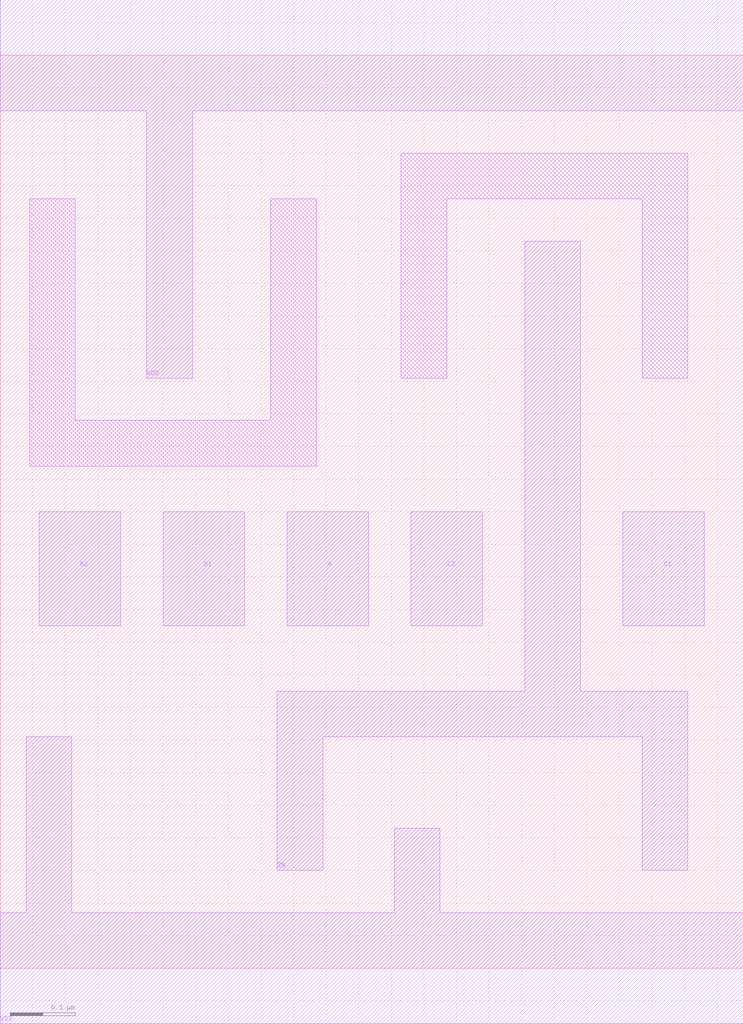
<source format=lef>
# 
# ******************************************************************************
# *                                                                            *
# *                   Copyright (C) 2004-2010, Nangate Inc.                    *
# *                           All rights reserved.                             *
# *                                                                            *
# * Nangate and the Nangate logo are trademarks of Nangate Inc.                *
# *                                                                            *
# * All trademarks, logos, software marks, and trade names (collectively the   *
# * "Marks") in this program are proprietary to Nangate or other respective    *
# * owners that have granted Nangate the right and license to use such Marks.  *
# * You are not permitted to use the Marks without the prior written consent   *
# * of Nangate or such third party that may own the Marks.                     *
# *                                                                            *
# * This file has been provided pursuant to a License Agreement containing     *
# * restrictions on its use. This file contains valuable trade secrets and     *
# * proprietary information of Nangate Inc., and is protected by U.S. and      *
# * international laws and/or treaties.                                        *
# *                                                                            *
# * The copyright notice(s) in this file does not indicate actual or intended  *
# * publication of this file.                                                  *
# *                                                                            *
# *     NGLibraryCreator, v2010.08-HR32-SP3-2010-08-05 - build 1009061800      *
# *                                                                            *
# ******************************************************************************
# 
# 
# Running on brazil06.nangate.com.br for user Giancarlo Franciscatto (gfr).
# Local time is now Fri, 3 Dec 2010, 19:32:18.
# Main process id is 27821.

VERSION 5.6 ;
BUSBITCHARS "[]" ;
DIVIDERCHAR "/" ;

MACRO AOI221_X1
  CLASS core ;
  FOREIGN AOI221_X1 0.0 0.0 ;
  ORIGIN 0 0 ;
  SYMMETRY X Y ;
  SITE FreePDK45_38x28_10R_NP_162NW_34O ;
  SIZE 1.14 BY 1.4 ;
  PIN A
    DIRECTION INPUT ;
    ANTENNAPARTIALMETALAREA 0.021875 LAYER metal1 ;
    ANTENNAPARTIALMETALSIDEAREA 0.078 LAYER metal1 ;
    ANTENNAGATEAREA 0.05225 ;
    PORT
      LAYER metal1 ;
        POLYGON 0.44 0.525 0.565 0.525 0.565 0.7 0.44 0.7  ;
    END
  END A
  PIN B1
    DIRECTION INPUT ;
    ANTENNAPARTIALMETALAREA 0.021875 LAYER metal1 ;
    ANTENNAPARTIALMETALSIDEAREA 0.078 LAYER metal1 ;
    ANTENNAGATEAREA 0.05225 ;
    PORT
      LAYER metal1 ;
        POLYGON 0.25 0.525 0.375 0.525 0.375 0.7 0.25 0.7  ;
    END
  END B1
  PIN B2
    DIRECTION INPUT ;
    ANTENNAPARTIALMETALAREA 0.021875 LAYER metal1 ;
    ANTENNAPARTIALMETALSIDEAREA 0.078 LAYER metal1 ;
    ANTENNAGATEAREA 0.05225 ;
    PORT
      LAYER metal1 ;
        POLYGON 0.06 0.525 0.185 0.525 0.185 0.7 0.06 0.7  ;
    END
  END B2
  PIN C1
    DIRECTION INPUT ;
    ANTENNAPARTIALMETALAREA 0.021875 LAYER metal1 ;
    ANTENNAPARTIALMETALSIDEAREA 0.078 LAYER metal1 ;
    ANTENNAGATEAREA 0.05225 ;
    PORT
      LAYER metal1 ;
        POLYGON 0.955 0.525 1.08 0.525 1.08 0.7 0.955 0.7  ;
    END
  END C1
  PIN C2
    DIRECTION INPUT ;
    ANTENNAPARTIALMETALAREA 0.01925 LAYER metal1 ;
    ANTENNAPARTIALMETALSIDEAREA 0.0741 LAYER metal1 ;
    ANTENNAGATEAREA 0.05225 ;
    PORT
      LAYER metal1 ;
        POLYGON 0.63 0.525 0.74 0.525 0.74 0.7 0.63 0.7  ;
    END
  END C2
  PIN ZN
    DIRECTION OUTPUT ;
    ANTENNAPARTIALMETALAREA 0.13145 LAYER metal1 ;
    ANTENNAPARTIALMETALSIDEAREA 0.468 LAYER metal1 ;
    ANTENNADIFFAREA 0.189875 ;
    PORT
      LAYER metal1 ;
        POLYGON 0.425 0.15 0.495 0.15 0.495 0.355 0.985 0.355 0.985 0.15 1.055 0.15 1.055 0.425 0.89 0.425 0.89 1.115 0.805 1.115 0.805 0.425 0.425 0.425  ;
    END
  END ZN
  PIN VDD
    DIRECTION INOUT ;
    USE power ;
    SHAPE ABUTMENT ;
    PORT
      LAYER metal1 ;
        POLYGON 0 1.315 0.225 1.315 0.225 0.905 0.295 0.905 0.295 1.315 0.485 1.315 1.055 1.315 1.14 1.315 1.14 1.485 1.055 1.485 0.485 1.485 0 1.485  ;
    END
  END VDD
  PIN VSS
    DIRECTION INOUT ;
    USE ground ;
    SHAPE ABUTMENT ;
    PORT
      LAYER metal1 ;
        POLYGON 0 -0.085 1.14 -0.085 1.14 0.085 0.675 0.085 0.675 0.215 0.605 0.215 0.605 0.085 0.11 0.085 0.11 0.355 0.04 0.355 0.04 0.085 0 0.085  ;
    END
  END VSS
  OBS
      LAYER metal1 ;
        POLYGON 0.045 0.77 0.485 0.77 0.485 1.18 0.415 1.18 0.415 0.84 0.115 0.84 0.115 1.18 0.045 1.18  ;
        POLYGON 0.615 0.905 0.685 0.905 0.685 1.18 0.985 1.18 0.985 0.905 1.055 0.905 1.055 1.25 0.615 1.25  ;
  END
END AOI221_X1

END LIBRARY
#
# End of file
#

</source>
